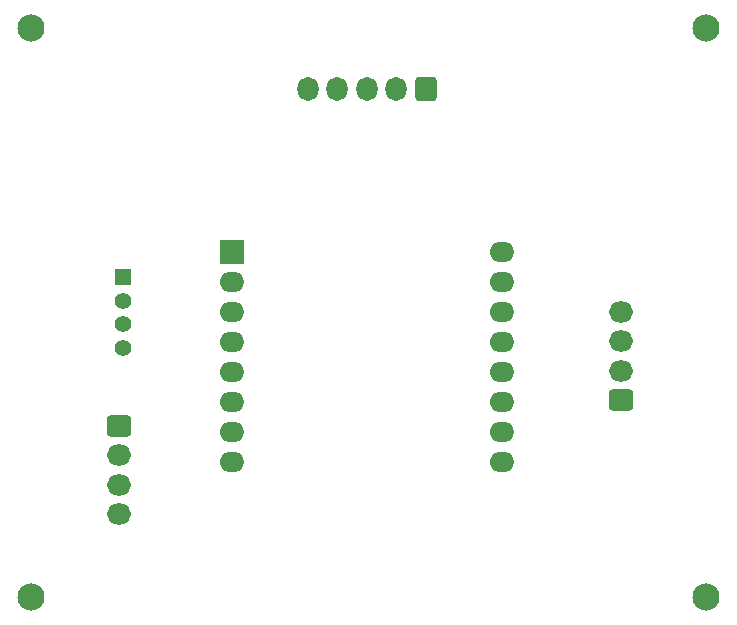
<source format=gbr>
%TF.GenerationSoftware,KiCad,Pcbnew,(6.0.9)*%
%TF.CreationDate,2023-01-13T23:22:46-06:00*%
%TF.ProjectId,PlantHumidifier,506c616e-7448-4756-9d69-646966696572,A*%
%TF.SameCoordinates,Original*%
%TF.FileFunction,Soldermask,Bot*%
%TF.FilePolarity,Negative*%
%FSLAX46Y46*%
G04 Gerber Fmt 4.6, Leading zero omitted, Abs format (unit mm)*
G04 Created by KiCad (PCBNEW (6.0.9)) date 2023-01-13 23:22:46*
%MOMM*%
%LPD*%
G01*
G04 APERTURE LIST*
G04 Aperture macros list*
%AMRoundRect*
0 Rectangle with rounded corners*
0 $1 Rounding radius*
0 $2 $3 $4 $5 $6 $7 $8 $9 X,Y pos of 4 corners*
0 Add a 4 corners polygon primitive as box body*
4,1,4,$2,$3,$4,$5,$6,$7,$8,$9,$2,$3,0*
0 Add four circle primitives for the rounded corners*
1,1,$1+$1,$2,$3*
1,1,$1+$1,$4,$5*
1,1,$1+$1,$6,$7*
1,1,$1+$1,$8,$9*
0 Add four rect primitives between the rounded corners*
20,1,$1+$1,$2,$3,$4,$5,0*
20,1,$1+$1,$4,$5,$6,$7,0*
20,1,$1+$1,$6,$7,$8,$9,0*
20,1,$1+$1,$8,$9,$2,$3,0*%
G04 Aperture macros list end*
%ADD10C,2.301600*%
%ADD11RoundRect,0.300800X0.600000X0.725000X-0.600000X0.725000X-0.600000X-0.725000X0.600000X-0.725000X0*%
%ADD12O,1.801600X2.051600*%
%ADD13RoundRect,0.300800X-0.725000X0.600000X-0.725000X-0.600000X0.725000X-0.600000X0.725000X0.600000X0*%
%ADD14O,2.051600X1.801600*%
%ADD15RoundRect,0.300800X0.725000X-0.600000X0.725000X0.600000X-0.725000X0.600000X-0.725000X-0.600000X0*%
%ADD16RoundRect,0.050800X-1.000000X-1.000000X1.000000X-1.000000X1.000000X1.000000X-1.000000X1.000000X0*%
%ADD17O,2.101600X1.701600*%
%ADD18RoundRect,0.050800X-0.654000X0.654000X-0.654000X-0.654000X0.654000X-0.654000X0.654000X0.654000X0*%
%ADD19C,1.409600*%
G04 APERTURE END LIST*
D10*
%TO.C,H4*%
X60600000Y-104750000D03*
%TD*%
D11*
%TO.C,J2*%
X94000000Y-61775000D03*
D12*
X91500000Y-61775000D03*
X89000000Y-61775000D03*
X86500000Y-61775000D03*
X84000000Y-61775000D03*
%TD*%
D13*
%TO.C,J4*%
X68000000Y-90300000D03*
D14*
X68000000Y-92800000D03*
X68000000Y-95300000D03*
X68000000Y-97800000D03*
%TD*%
D10*
%TO.C,H3*%
X117750000Y-104750000D03*
%TD*%
D15*
%TO.C,J3*%
X110500000Y-88150000D03*
D14*
X110500000Y-85650000D03*
X110500000Y-83150000D03*
X110500000Y-80650000D03*
%TD*%
D10*
%TO.C,H2*%
X117750000Y-56650000D03*
%TD*%
%TO.C,H1*%
X60600000Y-56650000D03*
%TD*%
D16*
%TO.C,U1*%
X77574000Y-75565000D03*
D17*
X77574000Y-78105000D03*
X77574000Y-80645000D03*
X77574000Y-83185000D03*
X77574000Y-85725000D03*
X77574000Y-88265000D03*
X77574000Y-90805000D03*
X77574000Y-93345000D03*
X100434000Y-93345000D03*
X100434000Y-90805000D03*
X100434000Y-88265000D03*
X100434000Y-85725000D03*
X100434000Y-83185000D03*
X100434000Y-80645000D03*
X100434000Y-78105000D03*
X100434000Y-75565000D03*
%TD*%
D18*
%TO.C,J1*%
X68400000Y-77700000D03*
D19*
X68400000Y-79700000D03*
X68400000Y-81700000D03*
X68400000Y-83700000D03*
%TD*%
M02*

</source>
